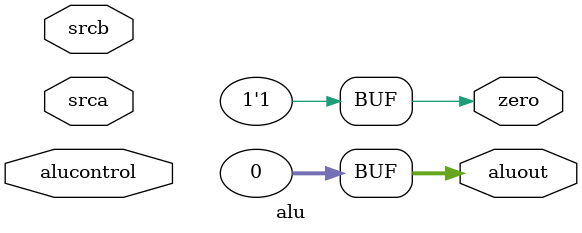
<source format=v>
`timescale 1ns/1ns      

module alu (
    input  [31:0] srca, srcb,
    input  [ 2:0] alucontrol ,
    output [31:0] aluout,
    output        zero
);
    assign aluout = 2'b00;
    assign zero = ~| aluout;

endmodule
</source>
